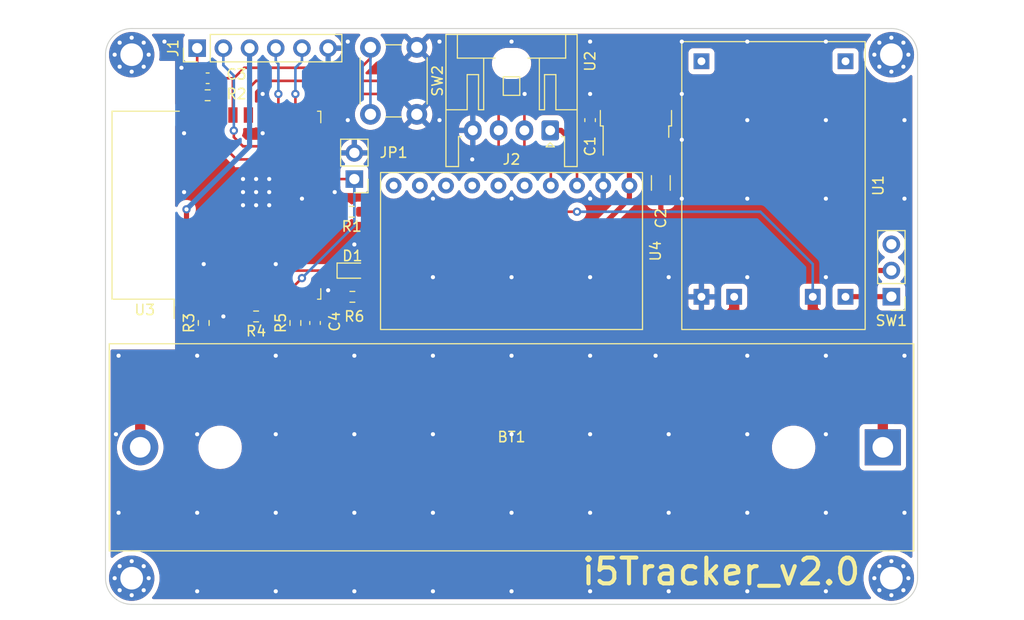
<source format=kicad_pcb>
(kicad_pcb (version 20211014) (generator pcbnew)
  (layers (0 "F.Cu" signal) (31 "B.Cu" signal) (34 "B.Paste" user) (35 "F.Paste" user) (36 "B.SilkS" user "B.Silkscreen") (37 "F.SilkS" user "F.Silkscreen") (38 "B.Mask" user) (39 "F.Mask" user) (44 "Edge.Cuts" user))
  (net 0 "")
  (net 1 "Net-(C1-Pad1)")
  (net 2 "Net-(C1-Pad2)")
  (net 3 "Net-(C2-Pad1)")
  (net 4 "Net-(SW2-Pad2)")
  (net 5 "Net-(D1-Pad1)")
  (net 6 "Net-(D1-Pad2)")
  (net 7 "Net-(JP1-Pad1)")
  (net 8 "Net-(J1-Pad4)")
  (net 9 "Net-(J2-Pad2)")
  (net 10 "Net-(J2-Pad3)")
  (net 11 "Net-(BT1-Pad1)")
  (net 12 "Net-(R1-Pad2)")
  (net 13 "Net-(R3-Pad2)")
  (net 14 "Net-(R4-Pad1)")
  (net 15 "Net-(SW1-Pad1)")
  (net 16 "Net-(BT1-Pad2)")
  (net 27 "Net-(J1-Pad5)")
  (footprint "A:TP4056 board" (layer "F.Cu") (at 177.8 73.66)
    (fp_text reference "U1" (at 10.16 0 90 unlocked) (layer "F.SilkS"))
    (fp_text value "TP4056_board")
    (fp_rect (start -8.89 -13.97) (end 8.89 13.97) (layer "F.SilkS") (width 0.12) (fill none))
    (pad "" thru_hole rect (at 6.985 -12.065) (size 1.524 1.524) (drill 0.762) (layers *.Cu *.Mask))
    (pad "" thru_hole rect (at -6.985 -12.065) (size 1.524 1.524) (drill 0.762) (layers *.Cu *.Mask))
    (pad "1" thru_hole rect (at 6.985 10.795) (size 1.524 1.524) (drill 0.762) (layers *.Cu *.Mask) (net 15 "Net-(SW1-Pad1)"))
    (pad "2" thru_hole rect (at 3.81 10.795) (size 1.524 1.524) (drill 0.762) (layers *.Cu *.Mask) (net 11 "Net-(BT1-Pad1)"))
    (pad "3" thru_hole rect (at -3.81 10.795) (size 1.524 1.524) (drill 0.762) (layers *.Cu *.Mask) (net 16 "Net-(BT1-Pad2)"))
    (pad "4" thru_hole rect (at -6.985 10.795) (size 1.524 1.524) (drill 0.762) (layers *.Cu *.Mask) (net 2 "Net-(C1-Pad2)"))
  )
  (footprint "Connector_JST:JST_XA_S04B-XASK-1_1x04_P2.50mm_Horizontal" (layer "F.Cu") (at 156.15 68.305 180)
    (fp_text reference "J2" (at 3.75 -2.815) (layer "F.SilkS"))
    (fp_text value "Conn_01x04")
    (fp_line (start 0.55 5.41) (end -0.55 5.41) (layer "F.SilkS") (width 0.12))
    (fp_line (start 8.89 -0.61) (end 8.61 -0.61) (layer "F.SilkS") (width 0.12))
    (fp_line (start -1.5 9.31) (end -1.5 7.01) (layer "F.SilkS") (width 0.12))
    (fp_line (start -1.39 -3.51) (end -2.61 -3.51) (layer "F.SilkS") (width 0.12))
    (fp_line (start 1.05 2) (end 0.55 2) (layer "F.SilkS") (width 0.12))
    (fp_line (start -1.5 7.01) (end 2.15 7.01) (layer "F.SilkS") (width 0.12))
    (fp_line (start -0.4 -1.6) (end 0.4 -1.6) (layer "F.SilkS") (width 0.12))
    (fp_line (start -2.61 9.31) (end 10.11 9.31) (layer "F.SilkS") (width 0.12))
    (fp_line (start 8.05 5.41) (end 8.05 2) (layer "F.SilkS") (width 0.12))
    (fp_line (start 6.95 5.41) (end 8.05 5.41) (layer "F.SilkS") (width 0.12))
    (fp_line (start 6.45 2) (end 6.95 2) (layer "F.SilkS") (width 0.12))
    (fp_line (start 10.11 9.31) (end 10.11 -3.51) (layer "F.SilkS") (width 0.12))
    (fp_line (start 2.95 3.4) (end 4.55 3.4) (layer "F.SilkS") (width 0.12))
    (fp_line (start 2.95 5.2) (end 2.95 3.4) (layer "F.SilkS") (width 0.12))
    (fp_line (start -2.61 -3.51) (end -2.61 9.31) (layer "F.SilkS") (width 0.12))
    (fp_line (start 6.95 2) (end 6.95 5.41) (layer "F.SilkS") (width 0.12))
    (fp_line (start 8.05 2) (end 10.11 2) (layer "F.SilkS") (width 0.12))
    (fp_line (start 10.11 -3.51) (end 8.89 -3.51) (layer "F.SilkS") (width 0.12))
    (fp_line (start 5.35 7.01) (end 9 7.01) (layer "F.SilkS") (width 0.12))
    (fp_line (start 0.4 -1.6) (end 0 -1.2) (layer "F.SilkS") (width 0.12))
    (fp_line (start 8.89 -3.51) (end 8.89 -0.61) (layer "F.SilkS") (width 0.12))
    (fp_line (start -0.55 5.41) (end -0.55 2) (layer "F.SilkS") (width 0.12))
    (fp_line (start 4.55 5.2) (end 2.95 5.2) (layer "F.SilkS") (width 0.12))
    (fp_line (start 6.45 7.01) (end 6.45 2) (layer "F.SilkS") (width 0.12))
    (fp_line (start 0 -1.2) (end -0.4 -1.6) (layer "F.SilkS") (width 0.12))
    (fp_line (start 0.55 2) (end 0.55 5.41) (layer "F.SilkS") (width 0.12))
    (fp_line (start 1.05 7.01) (end 1.05 2) (layer "F.SilkS") (width 0.12))
    (fp_line (start -1.11 -0.61) (end -1.39 -0.61) (layer "F.SilkS") (width 0.12))
    (fp_line (start -0.55 2) (end -2.61 2) (layer "F.SilkS") (width 0.12))
    (fp_line (start -1.39 -0.61) (end -1.39 -3.51) (layer "F.SilkS") (width 0.12))
    (fp_line (start 9 7.01) (end 9 9.31) (layer "F.SilkS") (width 0.12))
    (fp_line (start 4.55 3.4) (end 4.55 5.2) (layer "F.SilkS") (width 0.12))
    (pad "" np_thru_hole oval (at 3.75 6.5 180) (size 2.8 2) (drill oval 2.8 2) (layers *.Cu *.Mask))
    (pad "1" thru_hole roundrect (at 0 0 180) (size 1.7 1.95) (drill 0.95) (layers *.Cu *.Mask) (roundrect_rratio 0.147059) (net 3 "Net-(C2-Pad1)"))
    (pad "2" thru_hole oval (at 2.5 0 180) (size 1.7 1.95) (drill 0.95) (layers *.Cu *.Mask) (net 9 "Net-(J2-Pad2)"))
    (pad "3" thru_hole oval (at 5 0 180) (size 1.7 1.95) (drill 0.95) (layers *.Cu *.Mask) (net 10 "Net-(J2-Pad3)"))
    (pad "4" thru_hole oval (at 7.5 0 180) (size 1.7 1.95) (drill 0.95) (layers *.Cu *.Mask) (net 2 "Net-(C1-Pad2)"))
  )
  (footprint "Capacitor_SMD:C_1206_3216Metric" (layer "F.Cu") (at 166.878 73.406 -90)
    (fp_text reference "C2" (at 3.429 0 90) (layer "F.SilkS"))
    (fp_text value "10")
    (fp_line (start -0.711252 -0.91) (end 0.711252 -0.91) (layer "F.SilkS") (width 0.12))
    (fp_line (start -0.711252 0.91) (end 0.711252 0.91) (layer "F.SilkS") (width 0.12))
    (pad "1" smd roundrect (at -1.475 0 270) (size 1.15 1.8) (layers "F.Cu" "F.Paste" "F.Mask") (roundrect_rratio 0.217391) (net 3 "Net-(C2-Pad1)"))
    (pad "2" smd roundrect (at 1.475 0 270) (size 1.15 1.8) (layers "F.Cu" "F.Paste" "F.Mask") (roundrect_rratio 0.217391) (net 2 "Net-(C1-Pad2)"))
  )
  (footprint "LED_SMD:LED_0603_1608Metric" (layer "F.Cu") (at 136.97 81.915)
    (fp_text reference "D1" (at 0 -1.43) (layer "F.SilkS"))
    (fp_text value "LED")
    (fp_line (start -1.485 0.735) (end 0.8 0.735) (layer "F.SilkS") (width 0.12))
    (fp_line (start -1.485 -0.735) (end -1.485 0.735) (layer "F.SilkS") (width 0.12))
    (fp_line (start 0.8 -0.735) (end -1.485 -0.735) (layer "F.SilkS") (width 0.12))
    (pad "1" smd roundrect (at -0.7875 0) (size 0.875 0.95) (layers "F.Cu" "F.Paste" "F.Mask") (net 5 "Net-(D1-Pad1)"))
    (pad "2" smd roundrect (at 0.7875 0) (size 0.875 0.95) (layers "F.Cu" "F.Paste" "F.Mask") (net 6 "Net-(D1-Pad2)"))
  )
  (footprint "Battery:BatteryHolder_MPD_BH-18650-PC2" (layer "F.Cu") (at 188.4 99.06 180)
    (fp_text reference "BT1" (at 36 1) (layer "F.SilkS"))
    (fp_text value "Battery_Cell")
    (fp_line (start 75 10.05) (end -3 10.05) (layer "F.SilkS") (width 0.12))
    (fp_line (start -3 10.05) (end -3 -10.05) (layer "F.SilkS") (width 0.12))
    (fp_line (start -3 -10.05) (end 75 -10.05) (layer "F.SilkS") (width 0.12))
    (fp_line (start 75 -10.05) (end 75 10.05) (layer "F.SilkS") (width 0.12))
    (pad "" np_thru_hole circle (at 64.255 0 180) (size 3.2 3.2) (drill 3.2) (layers *.Cu *.Mask))
    (pad "" np_thru_hole circle (at 8.645 0 180) (size 3.2 3.2) (drill 3.2) (layers *.Cu *.Mask))
    (pad "1" thru_hole rect (at 0 0 180) (size 3.5 3.5) (drill 2) (layers *.Cu *.Mask) (net 11 "Net-(BT1-Pad1)"))
    (pad "2" thru_hole circle (at 72 0 180) (size 3.5 3.5) (drill 2) (layers *.Cu *.Mask) (net 16 "Net-(BT1-Pad2)"))
  )
  (footprint "Capacitor_SMD:C_0603_1608Metric" (layer "F.Cu") (at 160.02 67.31 90)
    (fp_text reference "C1" (at -2.54 0 90) (layer "F.SilkS"))
    (fp_text value "1")
    (fp_line (start -0.14058 0.51) (end 0.14058 0.51) (layer "F.SilkS") (width 0.12))
    (fp_line (start -0.14058 -0.51) (end 0.14058 -0.51) (layer "F.SilkS") (width 0.12))
    (pad "1" smd roundrect (at -0.775 0 90) (size 0.9 0.95) (layers "F.Cu" "F.Paste" "F.Mask") (net 1 "Net-(C1-Pad1)"))
    (pad "2" smd roundrect (at 0.775 0 90) (size 0.9 0.95) (layers "F.Cu" "F.Paste" "F.Mask") (net 2 "Net-(C1-Pad2)"))
  )
  (footprint "MountingHole:MountingHole_2.2mm_M2_Pad_Via" (layer "F.Cu") (at 189.23 111.76)
    (fp_text reference "REF**" hide)
    (fp_text value "MountingHole_2.2mm_M2_Pad_Via")
    (pad "1" thru_hole circle (at 0 -1.65) (size 0.7 0.7) (drill 0.4) (layers F&B.Cu *.Mask))
    (pad "1" thru_hole circle (at -1.65 0) (size 0.7 0.7) (drill 0.4) (layers F&B.Cu *.Mask))
    (pad "1" thru_hole circle (at 1.166726 1.166726) (size 0.7 0.7) (drill 0.4) (layers F&B.Cu *.Mask))
    (pad "1" thru_hole circle (at 0 0) (size 4.4 4.4) (drill 2.2) (layers F&B.Cu *.Mask))
    (pad "1" thru_hole circle (at 1.166726 -1.166726) (size 0.7 0.7) (drill 0.4) (layers F&B.Cu *.Mask))
    (pad "1" thru_hole circle (at -1.166726 1.166726) (size 0.7 0.7) (drill 0.4) (layers F&B.Cu *.Mask))
    (pad "1" thru_hole circle (at 0 1.65) (size 0.7 0.7) (drill 0.4) (layers F&B.Cu *.Mask))
    (pad "1" thru_hole circle (at -1.166726 -1.166726) (size 0.7 0.7) (drill 0.4) (layers F&B.Cu *.Mask))
    (pad "1" thru_hole circle (at 1.65 0) (size 0.7 0.7) (drill 0.4) (layers F&B.Cu *.Mask))
  )
  (footprint "Resistor_SMD:R_0603_1608Metric" (layer "F.Cu") (at 127.635 86.36 180)
    (fp_text reference "R4" (at 0 -1.43) (layer "F.SilkS"))
    (fp_text value "R")
    (fp_line (start -0.237258 -0.5225) (end 0.237258 -0.5225) (layer "F.SilkS") (width 0.12))
    (fp_line (start -0.237258 0.5225) (end 0.237258 0.5225) (layer "F.SilkS") (width 0.12))
    (pad "1" smd roundrect (at -0.825 0 180) (size 0.8 0.95) (layers "F.Cu" "F.Paste" "F.Mask") (net 14 "Net-(R4-Pad1)"))
    (pad "2" smd roundrect (at 0.825 0 180) (size 0.8 0.95) (layers "F.Cu" "F.Paste" "F.Mask") (net 2 "Net-(C1-Pad2)"))
  )
  (footprint "RF_Module:ESP-WROOM-02" (layer "F.Cu") (at 126.885 75.565 90)
    (fp_text reference "U3" (at -10.16 -10.045) (layer "F.SilkS"))
    (fp_text value "ESP-WROOM-02")
    (fp_line (start -9.12 6.7) (end -9.12 7.02) (layer "F.SilkS") (width 0.12))
    (fp_line (start -9.12 7.02) (end -8.1 7.02) (layer "F.SilkS") (width 0.12))
    (fp_line (start -9.12 -13.22) (end -9.12 -7.2) (layer "F.SilkS") (width 0.12))
    (fp_line (start 8 7.02) (end 9.12 7.02) (layer "F.SilkS") (width 0.12))
    (fp_line (start -9.12 -7.2) (end -11 -7.2) (layer "F.SilkS") (width 0.12))
    (fp_line (start 9.12 6.7) (end 9.12 7) (layer "F.SilkS") (width 0.12))
    (fp_line (start 9.12 -13.22) (end 9.12 -6.7) (layer "F.SilkS") (width 0.12))
    (fp_line (start -9.12 -13.22) (end 9.12 -13.22) (layer "F.SilkS") (width 0.12))
    (pad "1" smd rect (at -8.75 -6 90) (size 1.5 0.9) (layers "F.Cu" "F.Paste" "F.Mask") (net 3 "Net-(C2-Pad1)"))
    (pad "2" smd rect (at -8.75 -4.5 90) (size 1.5 0.9) (layers "F.Cu" "F.Paste" "F.Mask") (net 13 "Net-(R3-Pad2)"))
    (pad "3" smd rect (at -8.75 -3 90) (size 1.5 0.9) (layers "F.Cu" "F.Paste" "F.Mask"))
    (pad "4" smd rect (at -8.75 -1.5 90) (size 1.5 0.9) (layers "F.Cu" "F.Paste" "F.Mask"))
    (pad "5" smd rect (at -8.75 0 90) (size 1.5 0.9) (layers "F.Cu" "F.Paste" "F.Mask"))
    (pad "6" smd rect (at -8.75 1.5 90) (size 1.5 0.9) (layers "F.Cu" "F.Paste" "F.Mask") (net 14 "Net-(R4-Pad1)"))
    (pad "7" smd rect (at -8.75 3 90) (size 1.5 0.9) (layers "F.Cu" "F.Paste" "F.Mask") (net 5 "Net-(D1-Pad1)"))
    (pad "8" smd rect (at -8.75 4.5 90) (size 1.5 0.9) (layers "F.Cu" "F.Paste" "F.Mask") (net 7 "Net-(JP1-Pad1)"))
    (pad "9" smd rect (at -8.75 6 90) (size 1.5 0.9) (layers "F.Cu" "F.Paste" "F.Mask") (net 2 "Net-(C1-Pad2)"))
    (pad "10" smd rect (at 8.75 6 90) (size 1.5 0.9) (layers "F.Cu" "F.Paste" "F.Mask") (net 10 "Net-(J2-Pad3)"))
    (pad "11" smd rect (at 8.75 4.5 90) (size 1.5 0.9) (layers "F.Cu" "F.Paste" "F.Mask") (net 27 "Net-(J1-Pad5)"))
    (pad "12" smd rect (at 8.75 3 90) (size 1.5 0.9) (layers "F.Cu" "F.Paste" "F.Mask") (net 8 "Net-(J1-Pad4)"))
    (pad "13" smd rect (at 8.75 1.5 90) (size 1.5 0.9) (layers "F.Cu" "F.Paste" "F.Mask") (net 2 "Net-(C1-Pad2)"))
    (pad "14" smd rect (at 8.75 0 90) (size 1.5 0.9) (layers "F.Cu" "F.Paste" "F.Mask") (net 9 "Net-(J2-Pad2)"))
    (pad "15" smd rect (at 8.75 -1.5 90) (size 1.5 0.9) (layers "F.Cu" "F.Paste" "F.Mask") (net 4 "Net-(SW2-Pad2)"))
    (pad "16" smd rect (at 8.75 -3 90) (size 1.5 0.9) (layers "F.Cu" "F.Paste" "F.Mask") (net 12 "Net-(R1-Pad2)"))
    (pad "17" smd rect (at 8.75 -4.5 90) (size 1.5 0.9) (layers "F.Cu" "F.Paste" "F.Mask"))
    (pad "18" smd rect (at 8.75 -6 90) (size 1.5 0.9) (layers "F.Cu" "F.Paste" "F.Mask") (net 2 "Net-(C1-Pad2)"))
    (pad "19" smd rect (at 1.1 0.61 90) (size 4 4) (layers "F.Cu" "F.Paste" "F.Mask") (net 2 "Net-(C1-Pad2)"))
    (zone (net 0) (net_name "") (layers *.Cu) (connect_pads (clearance 0)) (min_thickness 0.254)
      (keepout (tracks not_allowed) (vias not_allowed) (pads not_allowed) (copperpour not_allowed) (footprints not_allowed))
      (fill (thermal_gap 0.508) (thermal_bridge_width 0.508))
      (polygon (pts (xy 119.785 89.565) (xy 119.785 61.565) (xy 108.785 61.565) (xy 108.785 89.565)))
    )
  )
  (footprint "Resistor_SMD:R_0603_1608Metric" (layer "F.Cu") (at 136.906 76.2 180)
    (fp_text reference "R1" (at 0 -1.43) (layer "F.SilkS"))
    (fp_text value "100k")
    (fp_line (start -0.237258 -0.5225) (end 0.237258 -0.5225) (layer "F.SilkS") (width 0.12))
    (fp_line (start -0.237258 0.5225) (end 0.237258 0.5225) (layer "F.SilkS") (width 0.12))
    (pad "1" smd roundrect (at -0.825 0 180) (size 0.8 0.95) (layers "F.Cu" "F.Paste" "F.Mask") (net 11 "Net-(BT1-Pad1)"))
    (pad "2" smd roundrect (at 0.825 0 180) (size 0.8 0.95) (layers "F.Cu" "F.Paste" "F.Mask") (net 12 "Net-(R1-Pad2)"))
  )
  (footprint "Connector_PinHeader_2.54mm:PinHeader_1x02_P2.54mm_Vertical" (layer "F.Cu") (at 137.16 73.03 180)
    (fp_text reference "JP1" (at -3.81 2.57) (layer "F.SilkS"))
    (fp_text value "Jumper_2_Open")
    (fp_line (start -1.33 3.87) (end 1.33 3.87) (layer "F.SilkS") (width 0.12))
    (fp_line (start -1.33 0) (end -1.33 -1.33) (layer "F.SilkS") (width 0.12))
    (fp_line (start 1.33 1.27) (end 1.33 3.87) (layer "F.SilkS") (width 0.12))
    (fp_line (start -1.33 -1.33) (end 0 -1.33) (layer "F.SilkS") (width 0.12))
    (fp_line (start -1.33 1.27) (end -1.33 3.87) (layer "F.SilkS") (width 0.12))
    (fp_line (start -1.33 1.27) (end 1.33 1.27) (layer "F.SilkS") (width 0.12))
    (pad "1" thru_hole rect (at 0 0 180) (size 1.7 1.7) (drill 1) (layers *.Cu *.Mask) (net 7 "Net-(JP1-Pad1)"))
    (pad "2" thru_hole oval (at 0 2.54 180) (size 1.7 1.7) (drill 1) (layers *.Cu *.Mask) (net 2 "Net-(C1-Pad2)"))
  )
  (footprint "Connector_PinHeader_2.54mm:PinHeader_1x06_P2.54mm_Vertical" (layer "F.Cu") (at 121.92 60.325 90)
    (fp_text reference "J1" (at 0 -2.33 90) (layer "F.SilkS"))
    (fp_text value "Conn_01x06")
    (fp_line (start -1.33 0) (end -1.33 -1.33) (layer "F.SilkS") (width 0.12))
    (fp_line (start -1.33 -1.33) (end 0 -1.33) (layer "F.SilkS") (width 0.12))
    (fp_line (start -1.33 14.03) (end 1.33 14.03) (layer "F.SilkS") (width 0.12))
    (fp_line (start -1.33 1.27) (end -1.33 14.03) (layer "F.SilkS") (width 0.12))
    (fp_line (start 1.33 1.27) (end 1.33 14.03) (layer "F.SilkS") (width 0.12))
    (fp_line (start -1.33 1.27) (end 1.33 1.27) (layer "F.SilkS") (width 0.12))
    (pad "1" thru_hole rect (at 0 0 90) (size 1.7 1.7) (drill 1) (layers *.Cu *.Mask) (net 4 "Net-(SW2-Pad2)"))
    (pad "2" thru_hole oval (at 0 2.54 90) (size 1.7 1.7) (drill 1) (layers *.Cu *.Mask) (net 7 "Net-(JP1-Pad1)"))
    (pad "3" thru_hole oval (at 0 5.08 90) (size 1.7 1.7) (drill 1) (layers *.Cu *.Mask) (net 3 "Net-(C2-Pad1)"))
    (pad "4" thru_hole oval (at 0 7.62 90) (size 1.7 1.7) (drill 1) (layers *.Cu *.Mask) (net 8 "Net-(J1-Pad4)"))
    (pad "5" thru_hole oval (at 0 10.16 90) (size 1.7 1.7) (drill 1) (layers *.Cu *.Mask) (net 27 "Net-(J1-Pad5)"))
    (pad "6" thru_hole oval (at 0 12.7 90) (size 1.7 1.7) (drill 1) (layers *.Cu *.Mask) (net 2 "Net-(C1-Pad2)"))
  )
  (footprint "MountingHole:MountingHole_2.2mm_M2_Pad_Via" (layer "F.Cu") (at 115.57 111.76)
    (fp_text reference "REF**" hide)
    (fp_text value "MountingHole_2.2mm_M2_Pad_Via")
    (pad "1" thru_hole circle (at -1.65 0) (size 0.7 0.7) (drill 0.4) (layers F&B.Cu *.Mask))
    (pad "1" thru_hole circle (at 0 -1.65) (size 0.7 0.7) (drill 0.4) (layers F&B.Cu *.Mask))
    (pad "1" thru_hole circle (at -1.166726 1.166726) (size 0.7 0.7) (drill 0.4) (layers F&B.Cu *.Mask))
    (pad "1" thru_hole circle (at 1.65 0) (size 0.7 0.7) (drill 0.4) (layers F&B.Cu *.Mask))
    (pad "1" thru_hole circle (at 1.166726 1.166726) (size 0.7 0.7) (drill 0.4) (layers F&B.Cu *.Mask))
    (pad "1" thru_hole circle (at 1.166726 -1.166726) (size 0.7 0.7) (drill 0.4) (layers F&B.Cu *.Mask))
    (pad "1" thru_hole circle (at 0 1.65) (size 0.7 0.7) (drill 0.4) (layers F&B.Cu *.Mask))
    (pad "1" thru_hole circle (at -1.166726 -1.166726) (size 0.7 0.7) (drill 0.4) (layers F&B.Cu *.Mask))
    (pad "1" thru_hole circle (at 0 0) (size 4.4 4.4) (drill 2.2) (layers F&B.Cu *.Mask))
  )
  (footprint "Button_Switch_THT:SW_PUSH_6mm" (layer "F.Cu") (at 143.22 60.25 -90)
    (fp_text reference "SW2" (at 3.25 -2 90) (layer "F.SilkS"))
    (fp_text value "SW_Push")
    (fp_line (start 1 5.5) (end 5.5 5.5) (layer "F.SilkS") (width 0.12))
    (fp_line (start 6.75 3) (end 6.75 1.5) (layer "F.SilkS") (width 0.12))
    (fp_line (start -0.25 1.5) (end -0.25 3) (layer "F.SilkS") (width 0.12))
    (fp_line (start 5.5 -1) (end 1 -1) (layer "F.SilkS") (width 0.12))
    (pad "1" thru_hole circle (at 6.5 0) (size 2 2) (drill 1.1) (layers *.Cu *.Mask) (net 2 "Net-(C1-Pad2)"))
    (pad "1" thru_hole circle (at 0 0) (size 2 2) (drill 1.1) (layers *.Cu *.Mask) (net 2 "Net-(C1-Pad2)"))
    (pad "2" thru_hole circle (at 6.5 4.5) (size 2 2) (drill 1.1) (layers *.Cu *.Mask) (net 4 "Net-(SW2-Pad2)"))
    (pad "2" thru_hole circle (at 0 4.5) (size 2 2) (drill 1.1) (layers *.Cu *.Mask) (net 4 "Net-(SW2-Pad2)"))
  )
  (footprint "Resistor_SMD:R_0603_1608Metric" (layer "F.Cu") (at 131.445 86.995 90)
    (fp_text reference "R5" (at 0 -1.43 90) (layer "F.SilkS"))
    (fp_text value "10k")
    (fp_line (start -0.237258 -0.5225) (end 0.237258 -0.5225) (layer "F.SilkS") (width 0.12))
    (fp_line (start -0.237258 0.5225) (end 0.237258 0.5225) (layer "F.SilkS") (width 0.12))
    (pad "1" smd roundrect (at -0.825 0 90) (size 0.8 0.95) (layers "F.Cu" "F.Paste" "F.Mask") (net 3 "Net-(C2-Pad1)"))
    (pad "2" smd roundrect (at 0.825 0 90) (size 0.8 0.95) (layers "F.Cu" "F.Paste" "F.Mask") (net 7 "Net-(JP1-Pad1)"))
  )
  (footprint "Resistor_SMD:R_0603_1608Metric" (layer "F.Cu") (at 136.97 84.455)
    (fp_text reference "R6" (at 0.19 1.905) (layer "F.SilkS"))
    (fp_text value "1k")
    (fp_line (start -0.237258 0.5225) (end 0.237258 0.5225) (layer "F.SilkS") (width 0.12))
    (fp_line (start -0.237258 -0.5225) (end 0.237258 -0.5225) (layer "F.SilkS") (width 0.12))
    (pad "1" smd roundrect (at -0.825 0) (size 0.8 0.95) (layers "F.Cu" "F.Paste" "F.Mask") (net 3 "Net-(C2-Pad1)"))
    (pad "2" smd roundrect (at 0.825 0) (size 0.8 0.95) (layers "F.Cu" "F.Paste" "F.Mask") (net 6 "Net-(D1-Pad2)"))
  )
  (footprint "Package_TO_SOT_SMD:TO-252-2" (layer "F.Cu") (at 164.465 65.405 90)
    (fp_text reference "U2" (at 3.81 -4.445 90) (layer "F.SilkS"))
    (fp_text value "L7833")
    (fp_line (start -2.47 3.18) (end -3.57 3.18) (layer "F.SilkS") (width 0.12))
    (fp_line (start -0.97 -3.45) (end -2.47 -3.45) (layer "F.SilkS") (width 0.12))
    (fp_line (start -2.47 -3.18) (end -5.3 -3.18) (layer "F.SilkS") (width 0.12))
    (fp_line (start -2.47 3.45) (end -2.47 3.18) (layer "F.SilkS") (width 0.12))
    (fp_line (start -2.47 -3.45) (end -2.47 -3.18) (layer "F.SilkS") (width 0.12))
    (fp_line (start -0.97 3.45) (end -2.47 3.45) (layer "F.SilkS") (width 0.12))
    (pad "1" smd rect (at -4.2 -2.28 90) (size 2.2 1.2) (layers "F.Cu" "F.Paste" "F.Mask") (net 1 "Net-(C1-Pad1)"))
    (pad "2" smd rect (at 2.1 0 90) (size 6.4 5.8) (layers "F.Cu" "F.Mask") (net 2 "Net-(C1-Pad2)"))
    (pad "3" smd rect (at -4.2 2.28 90) (size 2.2 1.2) (layers "F.Cu" "F.Paste" "F.Mask") (net 3 "Net-(C2-Pad1)"))
  )
  (footprint "MountingHole:MountingHole_2.2mm_M2_Pad_Via" (layer "F.Cu") (at 115.57 60.96)
    (fp_text reference "REF**" hide)
    (fp_text value "MountingHole_2.2mm_M2_Pad_Via")
    (pad "1" thru_hole circle (at 0 -1.65) (size 0.7 0.7) (drill 0.4) (layers *.Cu *.Mask))
    (pad "1" thru_hole circle (at 0 1.65) (size 0.7 0.7) (drill 0.4) (layers *.Cu *.Mask))
    (pad "1" thru_hole circle (at 1.166726 1.166726) (size 0.7 0.7) (drill 0.4) (layers *.Cu *.Mask))
    (pad "1" thru_hole circle (at 0 0) (size 4.4 4.4) (drill 2.2) (layers *.Cu *.Mask))
    (pad "1" thru_hole circle (at 1.166726 -1.166726) (size 0.7 0.7) (drill 0.4) (layers *.Cu *.Mask))
    (pad "1" thru_hole circle (at -1.65 0) (size 0.7 0.7) (drill 0.4) (layers *.Cu *.Mask))
    (pad "1" thru_hole circle (at -1.166726 -1.166726) (size 0.7 0.7) (drill 0.4) (layers *.Cu *.Mask))
    (pad "1" thru_hole circle (at 1.65 0) (size 0.7 0.7) (drill 0.4) (layers *.Cu *.Mask))
    (pad "1" thru_hole circle (at -1.166726 1.166726) (size 0.7 0.7) (drill 0.4) (layers *.Cu *.Mask))
  )
  (footprint "MountingHole:MountingHole_2.2mm_M2_Pad_Via" (layer "F.Cu") (at 189.23 60.96)
    (fp_text reference "REF**" hide)
    (fp_text value "MountingHole_2.2mm_M2_Pad_Via")
    (pad "1" thru_hole circle (at 1.65 0) (size 0.7 0.7) (drill 0.4) (layers *.Cu *.Mask))
    (pad "1" thru_hole circle (at 0 1.65) (size 0.7 0.7) (drill 0.4) (layers *.Cu *.Mask))
    (pad "1" thru_hole circle (at 0 -1.65) (size 0.7 0.7) (drill 0.4) (layers *.Cu *.Mask))
    (pad "1" thru_hole circle (at -1.166726 1.166726) (size 0.7 0.7) (drill 0.4) (layers *.Cu *.Mask))
    (pad "1" thru_hole circle (at 1.166726 -1.166726) (size 0.7 0.7) (drill 0.4) (layers *.Cu *.Mask))
    (pad "1" thru_hole circle (at 1.166726 1.166726) (size 0.7 0.7) (drill 0.4) (layers *.Cu *.Mask))
    (pad "1" thru_hole circle (at -1.166726 -1.166726) (size 0.7 0.7) (drill 0.4) (layers *.Cu *.Mask))
    (pad "1" thru_hole circle (at -1.65 0) (size 0.7 0.7) (drill 0.4) (layers *.Cu *.Mask))
    (pad "1" thru_hole circle (at 0 0) (size 4.4 4.4) (drill 2.2) (layers *.Cu *.Mask))
  )
  (footprint "Capacitor_SMD:C_0603_1608Metric" (layer "F.Cu") (at 122.936 63.246)
    (fp_text reference "C3" (at 2.794 -0.381) (layer "F.SilkS"))
    (fp_text value "0.1")
    (fp_line (start -0.14058 -0.51) (end 0.14058 -0.51) (layer "F.SilkS") (width 0.12))
    (fp_line (start -0.14058 0.51) (end 0.14058 0.51) (layer "F.SilkS") (width 0.12))
    (pad "1" smd roundrect (at -0.775 0) (size 0.9 0.95) (layers "F.Cu" "F.Paste" "F.Mask") (net 2 "Net-(C1-Pad2)"))
    (pad "2" smd roundrect (at 0.775 0) (size 0.9 0.95) (layers "F.Cu" "F.Paste" "F.Mask") (net 4 "Net-(SW2-Pad2)"))
  )
  (footprint "A:MPU6500 board" (layer "F.Cu") (at 152.4 80.01 180)
    (fp_text reference "U4" (at -13.97 0 90 unlocked) (layer "F.SilkS"))
    (fp_text value "MPU6500_board")
    (fp_rect (start -12.7 -7.62) (end 12.7 7.62) (layer "F.SilkS") (width 0.12) (fill none))
    (pad "1" thru_hole circle (at -11.43 6.35 180) (size 1.524 1.524) (drill 0.762) (layers *.Cu *.Mask) (net 3 "Net-(C2-Pad1)"))
    (pad "2" thru_hole oval (at -8.89 6.35 180) (size 1.524 1.524) (drill 0.762) (layers *.Cu *.Mask) (net 2 "Net-(C1-Pad2)"))
    (pad "3" thru_hole circle (at -6.35 6.35 180) (size 1.524 1.524) (drill 0.762) (layers *.Cu *.Mask) (net 9 "Net-(J2-Pad2)"))
    (pad "4" thru_hole circle (at -3.81 6.35 180) (size 1.524 1.524) (drill 0.762) (layers *.Cu *.Mask) (net 10 "Net-(J2-Pad3)"))
    (pad "5" thru_hole circle (at -1.27 6.35 180) (size 1.524 1.524) (drill 0.762) (layers *.Cu *.Mask))
    (pad "6" thru_hole circle (at 1.27 6.35 180) (size 1.524 1.524) (drill 0.762) (layers *.Cu *.Mask))
    (pad "7" thru_hole circle (at 3.81 6.35 180) (size 1.524 1.524) (drill 0.762) (layers *.Cu *.Mask))
    (pad "8" thru_hole circle (at 6.35 6.35 180) (size 1.524 1.524) (drill 0.762) (layers *.Cu *.Mask))
    (pad "9" thru_hole circle (at 8.89 6.35 180) (size 1.524 1.524) (drill 0.762) (layers *.Cu *.Mask))
    (pad "10" thru_hole circle (at 11.43 6.35 180) (size 1.524 1.524) (drill 0.762) (layers *.Cu *.Mask))
  )
  (footprint "Connector_PinHeader_2.54mm:PinHeader_1x03_P2.54mm_Vertical" (layer "F.Cu") (at 189.23 84.44 180)
    (fp_text reference "SW1" (at 0 -2.33) (layer "F.SilkS"))
    (fp_text value "SW_SPST")
    (fp_line (start -1.33 -1.33) (end 0 -1.33) (layer "F.SilkS") (width 0.12))
    (fp_line (start -1.33 6.41) (end 1.33 6.41) (layer "F.SilkS") (width 0.12))
    (fp_line (start 1.33 1.27) (end 1.33 6.41) (layer "F.SilkS") (width 0.12))
    (fp_line (start -1.33 1.27) (end -1.33 6.41) (layer "F.SilkS") (width 0.12))
    (fp_line (start -1.33 1.27) (end 1.33 1.27) (layer "F.SilkS") (width 0.12))
    (fp_line (start -1.33 0) (end -1.33 -1.33) (layer "F.SilkS") (width 0.12))
    (pad "1" thru_hole rect (at 0 0 180) (size 1.7 1.7) (drill 1) (layers *.Cu *.Mask) (net 15 "Net-(SW1-Pad1)"))
    (pad "2" thru_hole oval (at 0 2.54 180) (size 1.7 1.7) (drill 1) (layers *.Cu *.Mask) (net 1 "Net-(C1-Pad1)"))
    (pad "3" thru_hole oval (at 0 5.08 180) (size 1.7 1.7) (drill 1) (layers *.Cu *.Mask))
  )
  (footprint "Capacitor_SMD:C_0603_1608Metric" (layer "F.Cu") (at 133.35 86.995 90)
    (fp_text reference "C4" (at 0.14058 1.905 90) (layer "F.SilkS"))
    (fp_text value "0.1")
    (fp_line (start -0.14058 0.51) (end 0.14058 0.51) (layer "F.SilkS") (width 0.12))
    (fp_line (start -0.14058 -0.51) (end 0.14058 -0.51) (layer "F.SilkS") (width 0.12))
    (pad "1" smd roundrect (at -0.775 0 90) (size 0.9 0.95) (layers "F.Cu" "F.Paste" "F.Mask") (net 3 "Net-(C2-Pad1)"))
    (pad "2" smd roundrect (at 0.775 0 90) (size 0.9 0.95) (layers "F.Cu" "F.Paste" "F.Mask") (net 2 "Net-(C1-Pad2)"))
  )
  (footprint "Resistor_SMD:R_0603_1608Metric" (layer "F.Cu") (at 122.936 64.897)
    (fp_text reference "R2" (at 2.794 -0.127) (layer "F.SilkS"))
    (fp_text value "400k")
    (fp_line (start -0.237258 -0.5225) (end 0.237258 -0.5225) (layer "F.SilkS") (width 0.12))
    (fp_line (start -0.237258 0.5225) (end 0.237258 0.5225) (layer "F.SilkS") (width 0.12))
    (pad "1" smd roundrect (at -0.825 0) (size 0.8 0.95) (layers "F.Cu" "F.Paste" "F.Mask") (net 2 "Net-(C1-Pad2)"))
    (pad "2" smd roundrect (at 0.825 0) (size 0.8 0.95) (layers "F.Cu" "F.Paste" "F.Mask") (net 12 "Net-(R1-Pad2)"))
  )
  (footprint "Resistor_SMD:R_0603_1608Metric" (layer "F.Cu") (at 122.555 86.995 90)
    (fp_text reference "R3" (at 0 -1.43 90) (layer "F.SilkS"))
    (fp_text value "10k")
    (fp_line (start -0.237258 0.5225) (end 0.237258 0.5225) (layer "F.SilkS") (width 0.12))
    (fp_line (start -0.237258 -0.5225) (end 0.237258 -0.5225) (layer "F.SilkS") (width 0.12))
    (pad "1" smd roundrect (at -0.825 0 90) (size 0.8 0.95) (layers "F.Cu" "F.Paste" "F.Mask") (net 3 "Net-(C2-Pad1)"))
    (pad "2" smd roundrect (at 0.825 0 90) (size 0.8 0.95) (layers "F.Cu" "F.Paste" "F.Mask") (net 13 "Net-(R3-Pad2)"))
  )
  (gr_line (start 189.23 114.3) (end 115.57 114.3) (layer "Edge.Cuts") (width 0.1))
  (gr_arc (start 115.57 114.3) (mid 113.773949 113.556051) (end 113.03 111.76) (layer "Edge.Cuts") (width 0.1))
  (gr_arc (start 113.03 60.96) (mid 113.773949 59.163949) (end 115.57 58.42) (layer "Edge.Cuts") (width 0.1))
  (gr_line (start 191.77 60.96) (end 191.77 111.76) (layer "Edge.Cuts") (width 0.1))
  (gr_line (start 113.03 111.76) (end 113.03 60.96) (layer "Edge.Cuts") (width 0.1))
  (gr_arc (start 191.77 111.76) (mid 191.026051 113.556051) (end 189.23 114.3) (layer "Edge.Cuts") (width 0.1))
  (gr_arc (start 189.23 58.42) (mid 191.026051 59.163949) (end 191.77 60.96) (layer "Edge.Cuts") (width 0.1))
  (gr_line (start 115.57 58.42) (end 189.23 58.42) (layer "Edge.Cuts") (width 0.1))
  (gr_text "i5Tracker_v2.0" (at 172.72 111.125) (layer "F.SilkS") (effects (font (size 2.5 2.5) (thickness 0.4))))
  (segment (start 186.675 81.9) (end 172.085 67.31) (width 0.5) (layer "F.Cu") (net 1))
  (segment (start 189.23 81.9) (end 186.675 81.9) (width 0.5) (layer "F.Cu") (net 1))
  (segment (start 160.02 68.834) (end 160.791 69.605) (width 0.5) (layer "F.Cu") (net 1))
  (segment (start 162.185 68.193) (end 162.185 69.605) (width 0.5) (layer "F.Cu") (net 1))
  (segment (start 160.791 69.605) (end 162.185 69.605) (width 0.5) (layer "F.Cu") (net 1))
  (segment (start 160.02 68.085) (end 160.02 68.834) (width 0.5) (layer "F.Cu") (net 1))
  (segment (start 172.085 67.31) (end 163.068 67.31) (width 0.5) (layer "F.Cu") (net 1))
  (segment (start 163.068 67.31) (end 162.185 68.193) (width 0.5) (layer "F.Cu") (net 1))
  (segment (start 133.35 85.598) (end 132.842 85.09) (width 0.25) (layer "F.Cu") (net 2))
  (segment (start 132.842 85.09) (end 132.842 84.358) (width 0.25) (layer "F.Cu") (net 2))
  (segment (start 132.842 84.358) (end 132.885 84.315) (width 0.25) (layer "F.Cu") (net 2))
  (segment (start 133.35 86.22) (end 133.35 85.598) (width 0.25) (layer "F.Cu") (net 2))
  (via (at 144.78 105.41) (size 0.8) (drill 0.4) (layers "F.Cu" "B.Cu") (net 2))
  (via (at 182.88 67.31) (size 0.8) (drill 0.4) (layers "F.Cu" "B.Cu") (net 2))
  (via (at 127.635 73.025) (size 0.8) (drill 0.4) (layers "F.Cu" "B.Cu") (net 2))
  (via (at 160.02 64.77) (size 0.8) (drill 0.4) (layers "F.Cu" "B.Cu") (net 2))
  (via (at 134.62 83.82) (size 0.8) (drill 0.4) (layers "F.Cu" "B.Cu") (net 2))
  (via (at 166.37 90.17) (size 0.8) (drill 0.4) (layers "F.Cu" "B.Cu") (net 2))
  (via (at 128.27 68.58) (size 0.8) (drill 0.4) (layers "F.Cu" "B.Cu") (net 2))
  (via (at 168.91 59.69) (size 0.8) (drill 0.4) (layers "F.Cu" "B.Cu") (net 2))
  (via (at 167.64 97.79) (size 0.8) (drill 0.4) (layers "F.Cu" "B.Cu") (net 2))
  (via (at 175.26 82.55) (size 0.8) (drill 0.4) (layers "F.Cu" "B.Cu") (net 2))
  (via (at 160.02 59.69) (size 0.8) (drill 0.4) (layers "F.Cu" "B.Cu") (net 2))
  (via (at 129.54 113.03) (size 0.8) (drill 0.4) (layers "F.Cu" "B.Cu") (net 2))
  (via (at 114.3 105.41) (size 0.8) (drill 0.4) (layers "F.Cu" "B.Cu") (net 2))
  (via (at 120.396 62.23) (size 0.8) (drill 0.4) (layers "F.Cu" "B.Cu") (net 2))
  (via (at 121.92 105.41) (size 0.8) (drill 0.4) (layers "F.Cu" "B.Cu") (net 2))
  (via (at 152.4 97.79) (size 0.8) (drill 0.4) (layers "F.Cu" "B.Cu") (net 2))
  (via (at 152.4 82.55) (size 0.8) (drill 0.4) (layers "F.Cu" "B.Cu") (net 2))
  (via (at 137.16 105.41) (size 0.8) (drill 0.4) (layers "F.Cu" "B.Cu") (net 2))
  (via (at 127.635 74.295) (size 0.8) (drill 0.4) (layers "F.Cu" "B.Cu") (net 2))
  (via (at 135.255 74.295) (size 0.8) (drill 0.4) (layers "F.Cu" "B.Cu") (net 2))
  (via (at 144.78 74.93) (size 0.8) (drill 0.4) (layers "F.Cu" "B.Cu") (net 2))
  (via (at 121.92 90.17) (size 0.8) (drill 0.4) (layers "F.Cu" "B.Cu") (net 2))
  (via (at 129.54 90.17) (size 0.8) (drill 0.4) (layers "F.Cu" "B.Cu") (net 2))
  (via (at 160.02 113.03) (size 0.8) (drill 0.4) (layers "F.Cu" "B.Cu") (net 2))
  (via (at 182.88 105.41) (size 0.8) (drill 0.4) (layers "F.Cu" "B.Cu") (net 2))
  (via (at 182.88 97.79) (size 0.8) (drill 0.4) (layers "F.Cu" "B.Cu") (net 2))
  (via (at 160.02 105.41) (size 0.8) (drill 0.4) (layers "F.Cu" "B.Cu") (net 2))
  (via (at 175.26 105.41) (size 0.8) (drill 0.4) (layers "F.Cu" "B.Cu") (net 2))
  (via (at 129.54 97.79) (size 0.8) (drill 0.4) (layers "F.Cu" "B.Cu") (net 2))
  (via (at 129.54 105.41) (size 0.8) (drill 0.4) (layers "F.Cu" "B.Cu") (net 2))
  (via (at 144.78 113.03) (size 0.8) (drill 0.4) (layers "F.Cu" "B.Cu") (net 2))
  (via (at 137.16 97.79) (size 0.8) (drill 0.4) (layers "F.Cu" "B.Cu") (net 2))
  (via (at 190.5 90.17) (size 0.8) (drill 0.4) (layers "F.Cu" "B.Cu") (net 2))
  (via (at 120.65 68.58) (size 0.8) (drill 0.4) (layers "F.Cu" "B.Cu") (net 2))
  (via (at 160.02 74.93) (size 0.8) (drill 0.4) (layers "F.Cu" "B.Cu") (net 2))
  (via (at 160.02 97.79) (size 0.8) (drill 0.4) (layers "F.Cu" "B.Cu") (net 2))
  (via (at 190.5 67.31) (size 0.8) (drill 0.4) (layers "F.Cu" "B.Cu") (net 2))
  (via (at 190.5 105.41) (size 0.8) (drill 0.4) (layers "F.Cu" "B.Cu") (net 2))
  (via (at 160.02 90.17) (size 0.8) (drill 0.4) (layers "F.Cu" "B.Cu") (net 2))
  (via (at 145.415 59.69) (size 0.8) (drill 0.4) (layers "F.Cu" "B.Cu") (net 2))
  (via (at 182.88 113.03) (size 0.8) (drill 0.4) (layers "F.Cu" "B.Cu") (net 2))
  (via (at 182.88 90.17) (size 0.8) (drill 0.4) (layers "F.Cu" "B.Cu") (net 2))
  (via (at 136.525 59.69) (size 0.8) (drill 0.4) (layers "F.Cu" "B.Cu") (net 2))
  (via (at 136.525 67.31) (size 0.8) (drill 0.4) (layers "F.Cu" "B.Cu") (net 2))
  (via (at 152.4 90.17) (size 0.8) (drill 0.4) (layers "F.Cu" "B.Cu") (net 2))
  (via (at 126.365 75.565) (size 0.8) (drill 0.4) (layers "F.Cu" "B.Cu") (net 2))
  (via (at 175.26 113.03) (size 0.8) (drill 0.4) (layers "F.Cu" "B.Cu") (net 2))
  (via (at 114.3 90.17) (size 0.8) (drill 0.4) (layers "F.Cu" "B.Cu") (net 2))
  (via (at 144.78 90.17) (size 0.8) (drill 0.4) (layers "F.Cu" "B.Cu") (net 2))
  (via (at 128.905 73.025) (size 0.8) (drill 0.4) (layers "F.Cu" "B.Cu") (net 2))
  (via (at 127.635 75.565) (size 0.8) (drill 0.4) (layers "F.Cu" "B.Cu") (net 2))
  (via (at 148.59 71.12) (size 0.8) (drill 0.4) (layers "F.Cu" "B.Cu") (net 2))
  (via (at 175.26 67.31) (size 0.8) (drill 0.4) (layers "F.Cu" "B.Cu") (net 2))
  (via (at 121.92 113.03) (size 0.8) (drill 0.4) (layers "F.Cu" "B.Cu") (net 2))
  (via (at 175.26 74.93) (size 0.8) (drill 0.4) (layers "F.Cu" "B.Cu") (net 2))
  (via (at 153.67 64.77) (size 0.8) (drill 0.4) (layers "F.Cu" "B.Cu") (net 2))
  (via (at 120.65 74.295) (size 0.8) (drill 0.4) (layers "F.Cu" "B.Cu") (net 2))
  (via (at 182.88 59.69) (size 0.8) (drill 0.4) (layers "F.Cu" "B.Cu") (net 2))
  (via (at 175.26 97.79) (size 0.8) (drill 0.4) (layers "F.Cu" "B.Cu") (net 2))
  (via (at 152.4 113.03) (size 0.8) (drill 0.4) (layers "F.Cu" "B.Cu") (net 2))
  (via (at 144.78 97.79) (size 0.8) (drill 0.4) (layers "F.Cu" "B.Cu") (net 2))
  (via (at 137.16 113.03) (size 0.8) (drill 0.4) (layers "F.Cu" "B.Cu") (net 2))
  (via (at 168.91 69.215) (size 0.8) (drill 0.4) (layers "F.Cu" "B.Cu") (net 2))
  (via (at 124.46 86.36) (size 0.8) (drill 0.4) (layers "F.Cu" "B.Cu") (net 2))
  (via (at 152.4 59.69) (size 0.8) (drill 0.4) (layers "F.Cu" "B.Cu") (net 2))
  (via (at 145.415 67.31) (size 0.8) (drill 0.4) (layers "F.Cu" "B.Cu") (net 2))
  (via (at 182.88 82.55) (size 0.8) (drill 0.4) (layers "F.Cu" "B.Cu") (net 2))
  (via (at 118.745 59.69) (size 0.8) (drill 0.4) (layers "F.Cu" "B.Cu") (net 2))
  (via (at 152.4 105.41) (size 0.8) (drill 0.4) (layers "F.Cu" "B.Cu") (net 2))
  (via (at 132.08 74.93) (size 0.8) (drill 0.4) (layers "F.Cu" "B.Cu") (net 2))
  (via (at 128.905 74.295) (size 0.8) (drill 0.4) (layers "F.Cu" "B.Cu") (net 2))
  (via (at 121.92 97.79) (size 0.8) (drill 0.4) (layers "F.Cu" "B.Cu") (net 2))
  (via (at 168.91 74.93) (size 0.8) (drill 0.4) (layers "F.Cu" "B.Cu") (net 2))
  (via (at 175.26 90.17) (size 0.8) (drill 0.4) (layers "F.Cu" "B.Cu") (net 2))
  (via (at 152.4 74.93) (size 0.8) (drill 0.4) (layers "F.Cu" "B.Cu") (net 2))
  (via (at 167.64 113.03) (size 0.8) (drill 0.4) (layers "F.Cu" "B.Cu") (net 2))
  (via (at 126.365 74.295) (size 0.8) (drill 0.4) (layers "F.Cu" "B.Cu") (net 2))
  (via (at 137.16 79.375) (size 0.8) (drill 0.4) (layers "F.Cu" "B.Cu") (net 2))
  (via (at 128.27 64.77) (size 0.8) (drill 0.4) (layers "F.Cu" "B.Cu") (net 2))
  (via (at 114.046 97.79) (size 0.8) (drill 0.4) (layers "F.Cu" "B.Cu") (net 2))
  (via (at 128.905 75.565) (size 0.8) (drill 0.4) (layers "F.Cu" "B.Cu") (net 2))
  (via (at 190.5 74.93) (size 0.8) (drill 0.4) (layers "F.Cu" "B.Cu") (net 2))
  (via (at 167.64 82.55) (size 0.8) (drill 0.4) (layers "F.Cu" "B.Cu") (net 2))
  (via (at 175.26 59.69) (size 0.8) (drill 0.4) (layers "F.Cu" "B.Cu") (net 2))
  (via (at 126.365 73.025) (size 0.8) (drill 0.4) (layers "F.Cu" "B.Cu") (net 2))
  (via (at 122.555 81.28) (size 0.8) (drill 0.4) (layers "F.Cu" "B.Cu") (net 2))
  (via (at 144.78 82.55) (size 0.8) (drill 0.4) (layers "F.Cu" "B.Cu") (net 2))
  (via (at 167.64 105.41) (size 0.8) (drill 0.4) (layers "F.Cu" "B.Cu") (net 2))
  (via (at 168.91 64.77) (size 0.8) (drill 0.4) (layers "F.Cu" "B.Cu") (net 2))
  (via (at 129.54 81.28) (size 0.8) (drill 0.4) (layers "F.Cu" "B.Cu") (net 2))
  (via (at 182.88 74.93) (size 0.8) (drill 0.4) (layers "F.Cu" "B.Cu") (net 2))
  (via (at 160.02 82.55) (size 0.8) (drill 0.4) (layers "F.Cu" "B.Cu") (net 2))
  (via (at 137.16 90.17) (size 0.8) (drill 0.4) (layers "F.Cu" "B.Cu") (net 2))
  (segment (start 131.445 87.82) (end 122.555 87.82) (width 0.5) (layer "F.Cu") (net 3))
  (segment (start 163.83 74.93) (end 150.94 87.82) (width 0.5) (layer "F.Cu") (net 3))
  (segment (start 156.15 68.305) (end 157.205 68.305) (width 0.5) (layer "F.Cu") (net 3))
  (segment (start 136.08 87.82) (end 131.445 87.82) (width 0.5) (layer "F.Cu") (net 3))
  (segment (start 136.08 84.52) (end 136.08 87.82) (width 0.25) (layer "F.Cu") (net 3))
  (segment (start 166.745 69.605) (end 166.745 71.798) (width 0.5) (layer "F.Cu") (net 3))
  (segment (start 166.702 71.755) (end 166.878 71.931) (width 0.5) (layer "F.Cu") (net 3))
  (segment (start 120.885 84.315) (end 120.885 86.595) (width 0.5) (layer "F.Cu") (net 3))
  (segment (start 150.94 87.82) (end 136.08 87.82) (width 0.5) (layer "F.Cu") (net 3))
  (segment (start 136.145 84.455) (end 136.08 84.52) (width 0.25) (layer "F.Cu") (net 3))
  (segment (start 157.205 68.305) (end 160.655 71.755) (width 0.5) (layer "F.Cu") (net 3))
  (segment (start 163.83 71.755) (end 166.702 71.755) (width 0.5) (layer "F.Cu") (net 3))
  (segment (start 163.83 73.66) (end 163.83 71.755) (width 0.5) (layer "F.Cu") (net 3))
  (segment (start 160.655 71.755) (end 163.83 71.755) (width 0.5) (layer "F.Cu") (net 3))
  (segment (start 122.11 87.82) (end 122.555 87.82) (width 0.5) (layer "F.Cu") (net 3))
  (segment (start 120.885 86.595) (end 122.11 87.82) (width 0.5) (layer "F.Cu") (net 3))
  (segment (start 166.745 71.798) (end 166.878 71.931) (width 0.5) (layer "F.Cu") (net 3))
  (segment (start 163.83 73.66) (end 163.83 74.93) (width 0.5) (layer "F.Cu") (net 3))
  (segment (start 120.885 84.315) (end 120.885 75.965) (width 0.5) (layer "F.Cu") (net 3))
  (via (at 120.885 75.965) (size 0.8) (drill 0.4) (layers "F.Cu" "B.Cu") (net 3))
  (segment (start 127 69.85) (end 120.885 75.965) (width 0.5) (layer "B.Cu") (net 3))
  (segment (start 127 60.325) (end 127 69.85) (width 0.5) (layer "B.Cu") (net 3))
  (segment (start 126.492 62.23) (end 137.795 62.23) (width 0.25) (layer "F.Cu") (net 4))
  (segment (start 123.711 62.497) (end 123.317 62.103) (width 0.25) (layer "F.Cu") (net 4))
  (segment (start 125.385 63.337) (end 125.476 63.246) (width 0.25) (layer "F.Cu") (net 4))
  (segment (start 137.795 62.23) (end 138.72 61.305) (width 0.25) (layer "F.Cu") (net 4))
  (segment (start 123.711 63.246) (end 123.711 62.497) (width 0.25) (layer "F.Cu") (net 4))
  (segment (start 123.317 62.103) (end 122.301 62.103) (width 0.25) (layer "F.Cu") (net 4))
  (segment (start 123.711 63.246) (end 125.476 63.246) (width 0.25) (layer "F.Cu") (net 4))
  (segment (start 138.72 61.305) (end 138.72 60.25) (width 0.25) (layer "F.Cu") (net 4))
  (segment (start 125.385 66.815) (end 125.385 63.337) (width 0.25) (layer "F.Cu") (net 4))
  (segment (start 125.476 63.246) (end 126.492 62.23) (width 0.25) (layer "F.Cu") (net 4))
  (segment (start 121.92 61.722) (end 121.92 60.325) (width 0.25) (layer "F.Cu") (net 4))
  (segment (start 122.301 62.103) (end 121.92 61.722) (width 0.25) (layer "F.Cu") (net 4))
  (segment (start 138.72 60.25) (end 138.72 66.75) (width 0.25) (layer "B.Cu") (net 4))
  (segment (start 130.81 81.915) (end 129.885 82.84) (width 0.25) (layer "F.Cu") (net 5))
  (segment (start 136.1825 81.915) (end 130.81 81.915) (width 0.25) (layer "F.Cu") (net 5))
  (segment (start 129.885 82.84) (end 129.885 84.315) (width 0.25) (layer "F.Cu") (net 5))
  (segment (start 137.7575 84.4175) (end 137.795 84.455) (width 0.25) (layer "F.Cu") (net 6))
  (segment (start 137.7575 81.915) (end 137.7575 84.4175) (width 0.25) (layer "F.Cu") (net 6))
  (segment (start 131.385 86.11) (end 131.445 86.17) (width 0.25) (layer "F.Cu") (net 7))
  (segment (start 125.476 68.326) (end 125.476 68.961) (width 0.25) (layer "F.Cu") (net 7))
  (segment (start 131.385 84.315) (end 131.385 83.3345) (width 0.25) (layer "F.Cu") (net 7))
  (segment (start 130.81 69.85) (end 133.985 73.025) (width 0.25) (layer "F.Cu") (net 7))
  (segment (start 135.255 73.025) (end 135.26 73.03) (width 0.25) (layer "F.Cu") (net 7))
  (segment (start 126.365 69.85) (end 130.81 69.85) (width 0.25) (layer "F.Cu") (net 7))
  (segment (start 125.476 68.961) (end 126.365 69.85) (width 0.25) (layer "F.Cu") (net 7))
  (segment (start 133.985 73.025) (end 135.255 73.025) (width 0.25) (layer "F.Cu") (net 7))
  (segment (start 131.385 84.315) (end 131.385 86.11) (width 0.25) (layer "F.Cu") (net 7))
  (segment (start 135.26 73.03) (end 137.16 73.03) (width 0.25) (layer "F.Cu") (net 7))
  (segment (start 131.385 83.3345) (end 132.08 82.6395) (width 0.25) (layer "F.Cu") (net 7))
  (via (at 132.08 82.6395) (size 0.8) (drill 0.4) (layers "F.Cu" "B.Cu") (net 7))
  (via (at 125.476 68.326) (size 0.8) (drill 0.4) (layers "F.Cu" "B.Cu") (net 7))
  (segment (start 125.476 62.992) (end 125.476 68.326) (width 0.25) (layer "B.Cu") (net 7))
  (segment (start 124.46 61.976) (end 124.968 62.484) (width 0.25) (layer "B.Cu") (net 7))
  (segment (start 136.56975 78.14975) (end 132.08 82.6395) (width 0.25) (layer "B.Cu") (net 7))
  (segment (start 137.16 77.5595) (end 136.56975 78.14975) (width 0.25) (layer "B.Cu") (net 7))
  (segment (start 137.16 73.03) (end 137.16 77.5595) (width 0.25) (layer "B.Cu") (net 7))
  (segment (start 124.968 62.484) (end 125.476 62.992) (width 0.25) (layer "B.Cu") (net 7))
  (segment (start 124.46 60.325) (end 124.46 61.976) (width 0.25) (layer "B.Cu") (net 7))
  (segment (start 129.794 64.77) (end 129.794 66.724) (width 0.25) (layer "F.Cu") (net 8))
  (segment (start 129.794 66.724) (end 129.885 66.815) (width 0.25) (layer "F.Cu") (net 8))
  (via (at 129.794 64.77) (size 0.8) (drill 0.4) (layers "F.Cu" "B.Cu") (net 8))
  (segment (start 129.794 61.849) (end 129.54 61.595) (width 0.25) (layer "B.Cu") (net 8))
  (segment (start 129.54 61.595) (end 129.54 60.325) (width 0.25) (layer "B.Cu") (net 8))
  (segment (start 129.794 64.77) (end 129.794 61.849) (width 0.25) (layer "B.Cu") (net 8))
  (segment (start 126.885 64.25) (end 127.635 63.5) (width 0.25) (layer "F.Cu") (net 9))
  (segment (start 127.635 63.5) (end 150.495 63.5) (width 0.25) (layer "F.Cu") (net 9))
  (segment (start 153.65 66.655) (end 153.65 68.305) (width 0.25) (layer "F.Cu") (net 9))
  (segment (start 156.845 70.485) (end 158.75 72.39) (width 0.25) (layer "F.Cu") (net 9))
  (segment (start 153.65 69.83) (end 154.305 70.485) (width 0.25) (layer "F.Cu") (net 9))
  (segment (start 158.75 72.39) (end 158.75 73.66) (width 0.25) (layer "F.Cu") (net 9))
  (segment (start 154.305 70.485) (end 156.845 70.485) (width 0.25) (layer "F.Cu") (net 9))
  (segment (start 153.65 68.305) (end 153.65 69.83) (width 0.25) (layer "F.Cu") (net 9))
  (segment (start 150.495 63.5) (end 153.65 66.655) (width 0.25) (layer "F.Cu") (net 9))
  (segment (start 126.885 66.815) (end 126.885 64.25) (width 0.25) (layer "F.Cu") (net 9))
  (segment (start 156.21 72.39) (end 156.21 73.66) (width 0.25) (layer "F.Cu") (net 10))
  (segment (start 155.575 71.755) (end 156.21 72.39) (width 0.25) (layer "F.Cu") (net 10))
  (segment (start 132.885 65.743) (end 133.858 64.77) (width 0.25) (layer "F.Cu") (net 10))
  (segment (start 133.858 64.77) (end 149.225 64.77) (width 0.25) (layer "F.Cu") (net 10))
  (segment (start 151.15 66.695) (end 151.15 68.305) (width 0.25) (layer "F.Cu") (net 10))
  (segment (start 132.885 66.815) (end 132.885 65.743) (width 0.25) (layer "F.Cu") (net 10))
  (segment (start 149.225 64.77) (end 151.15 66.695) (width 0.25) (layer "F.Cu") (net 10))
  (segment (start 151.15 68.305) (end 151.15 69.83) (width 0.25) (layer "F.Cu") (net 10))
  (segment (start 153.035 71.755) (end 155.575 71.755) (width 0.25) (layer "F.Cu") (net 10))
  (segment (start 151.15 69.83) (end 151.13 69.85) (width 0.25) (layer "F.Cu") (net 10))
  (segment (start 151.13 69.85) (end 153.035 71.755) (width 0.25) (layer "F.Cu") (net 10))
  (segment (start 188.4 99.06) (end 188.4 92.515) (width 1) (layer "F.Cu") (net 11))
  (segment (start 137.731 76.2) (end 158.75 76.2) (width 0.25) (layer "F.Cu") (net 11))
  (segment (start 181.61 85.725) (end 188.4 92.515) (width 1) (layer "F.Cu") (net 11))
  (segment (start 181.61 84.455) (end 181.61 85.725) (width 1) (layer "F.Cu") (net 11))
  (via (at 158.75 76.2) (size 0.8) (drill 0.4) (layers "F.Cu" "B.Cu") (net 11))
  (segment (start 158.75 76.2) (end 176.53 76.2) (width 0.25) (layer "B.Cu") (net 11))
  (segment (start 181.61 81.28) (end 181.61 84.455) (width 0.25) (layer "B.Cu") (net 11))
  (segment (start 176.53 76.2) (end 181.61 81.28) (width 0.25) (layer "B.Cu") (net 11))
  (segment (start 135.255 76.2) (end 136.081 76.2) (width 0.25) (layer "F.Cu") (net 12))
  (segment (start 123.915 66.845) (end 123.915 69.305) (width 0.25) (layer "F.Cu") (net 12))
  (segment (start 123.915 69.305) (end 125.73 71.12) (width 0.25) (layer "F.Cu") (net 12))
  (segment (start 123.885 66.815) (end 123.885 65.02) (width 0.25) (layer "F.Cu") (net 12))
  (segment (start 123.885 65.02) (end 123.825 64.96) (width 0.25) (layer "F.Cu") (net 12))
  (segment (start 130.175 71.12) (end 135.255 76.2) (width 0.25) (layer "F.Cu") (net 12))
  (segment (start 123.885 66.815) (end 123.915 66.845) (width 0.25) (layer "F.Cu") (net 12))
  (segment (start 125.73 71.12) (end 130.175 71.12) (width 0.25) (layer "F.Cu") (net 12))
  (segment (start 122.428 84.358) (end 122.385 84.315) (width 0.25) (layer "F.Cu") (net 13))
  (segment (start 122.555 86.17) (end 122.428 86.043) (width 0.25) (layer "F.Cu") (net 13))
  (segment (start 122.385 86) (end 122.555 86.17) (width 0.25) (layer "F.Cu") (net 13))
  (segment (start 122.428 86.043) (end 122.428 84.358) (width 0.25) (layer "F.Cu") (net 13))
  (segment (start 128.385 84.315) (end 128.385 86.285) (width 0.25) (layer "F.Cu") (net 14))
  (segment (start 128.385 86.285) (end 128.46 86.36) (width 0.25) (layer "F.Cu") (net 14))
  (segment (start 189.23 84.44) (end 184.8 84.44) (width 0.5) (layer "F.Cu") (net 15))
  (segment (start 184.8 84.44) (end 184.785 84.455) (width 0.5) (layer "F.Cu") (net 15))
  (segment (start 120.015 92.71) (end 116.4 96.325) (width 1) (layer "F.Cu") (net 16))
  (segment (start 116.4 96.325) (end 116.4 99.06) (width 1) (layer "F.Cu") (net 16))
  (segment (start 173.99 85.725) (end 167.005 92.71) (width 1) (layer "F.Cu") (net 16))
  (segment (start 167.005 92.71) (end 120.015 92.71) (width 1) (layer "F.Cu") (net 16))
  (segment (start 173.99 84.455) (end 173.99 85.725) (width 1) (layer "F.Cu") (net 16))
  (segment (start 131.445 66.755) (end 131.385 66.815) (width 0.25) (layer "F.Cu") (net 27))
  (segment (start 131.445 64.77) (end 131.445 66.755) (width 0.25) (layer "F.Cu") (net 27))
  (via (at 131.445 64.77) (size 0.8) (drill 0.4) (layers "F.Cu" "B.Cu") (net 27))
  (segment (start 131.445 64.77) (end 131.445 62.23) (width 0.25) (layer "B.Cu") (net 27))
  (segment (start 131.445 62.23) (end 132.08 61.595) (width 0.25) (layer "B.Cu") (net 27))
  (segment (start 132.08 61.595) (end 132.08 60.325) (width 0.25) (layer "B.Cu") (net 27))
  (zone (net 2) (net_name "Net-(C1-Pad2)") (layer "F.Cu") (connect_pads yes (clearance 0.508)) (min_thickness 0.254) (fill yes (thermal_gap 0.508) (thermal_bridge_width 0.508))
    (polygon (pts (xy 130.048 77.216) (xy 124.714 77.216) (xy 124.714 71.882) (xy 130.048 71.882)))
  )
  (zone (net 2) (net_name "Net-(C1-Pad2)") (layers F&B.Cu) (connect_pads (clearance 0.508)) (min_thickness 0.254) (fill yes (thermal_gap 0.508) (thermal_bridge_width 0.508))
    (polygon (pts (xy 191.77 114.3) (xy 113.03 114.3) (xy 113.03 58.42) (xy 191.77 58.42)))
  )
)
</source>
